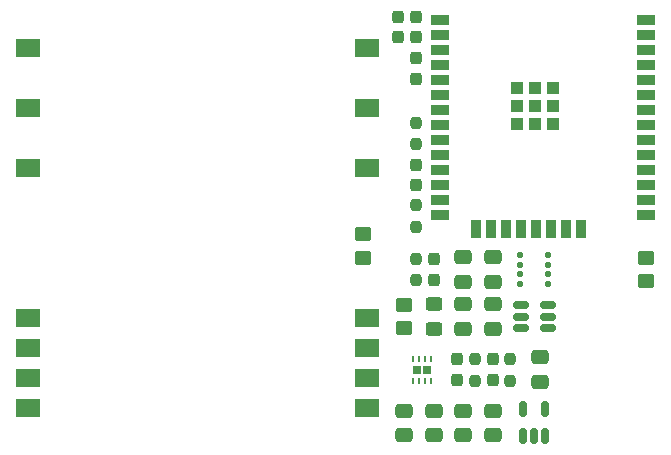
<source format=gbr>
%TF.GenerationSoftware,KiCad,Pcbnew,8.0.6*%
%TF.CreationDate,2025-02-17T14:25:18+01:00*%
%TF.ProjectId,KWLcontrol,4b574c63-6f6e-4747-926f-6c2e6b696361,rev?*%
%TF.SameCoordinates,Original*%
%TF.FileFunction,Paste,Top*%
%TF.FilePolarity,Positive*%
%FSLAX46Y46*%
G04 Gerber Fmt 4.6, Leading zero omitted, Abs format (unit mm)*
G04 Created by KiCad (PCBNEW 8.0.6) date 2025-02-17 14:25:18*
%MOMM*%
%LPD*%
G01*
G04 APERTURE LIST*
G04 Aperture macros list*
%AMRoundRect*
0 Rectangle with rounded corners*
0 $1 Rounding radius*
0 $2 $3 $4 $5 $6 $7 $8 $9 X,Y pos of 4 corners*
0 Add a 4 corners polygon primitive as box body*
4,1,4,$2,$3,$4,$5,$6,$7,$8,$9,$2,$3,0*
0 Add four circle primitives for the rounded corners*
1,1,$1+$1,$2,$3*
1,1,$1+$1,$4,$5*
1,1,$1+$1,$6,$7*
1,1,$1+$1,$8,$9*
0 Add four rect primitives between the rounded corners*
20,1,$1+$1,$2,$3,$4,$5,0*
20,1,$1+$1,$4,$5,$6,$7,0*
20,1,$1+$1,$6,$7,$8,$9,0*
20,1,$1+$1,$8,$9,$2,$3,0*%
G04 Aperture macros list end*
%ADD10RoundRect,0.250000X-0.475000X0.337500X-0.475000X-0.337500X0.475000X-0.337500X0.475000X0.337500X0*%
%ADD11RoundRect,0.250000X0.475000X-0.337500X0.475000X0.337500X-0.475000X0.337500X-0.475000X-0.337500X0*%
%ADD12R,2.030000X1.500000*%
%ADD13RoundRect,0.237500X-0.237500X0.287500X-0.237500X-0.287500X0.237500X-0.287500X0.237500X0.287500X0*%
%ADD14RoundRect,0.237500X-0.237500X0.300000X-0.237500X-0.300000X0.237500X-0.300000X0.237500X0.300000X0*%
%ADD15RoundRect,0.237500X0.237500X-0.287500X0.237500X0.287500X-0.237500X0.287500X-0.237500X-0.287500X0*%
%ADD16RoundRect,0.250000X-0.450000X0.350000X-0.450000X-0.350000X0.450000X-0.350000X0.450000X0.350000X0*%
%ADD17R,0.650000X0.750000*%
%ADD18RoundRect,0.062500X0.062500X-0.187500X0.062500X0.187500X-0.062500X0.187500X-0.062500X-0.187500X0*%
%ADD19RoundRect,0.237500X-0.237500X0.250000X-0.237500X-0.250000X0.237500X-0.250000X0.237500X0.250000X0*%
%ADD20RoundRect,0.237500X0.237500X-0.250000X0.237500X0.250000X-0.237500X0.250000X-0.237500X-0.250000X0*%
%ADD21RoundRect,0.150000X0.150000X-0.512500X0.150000X0.512500X-0.150000X0.512500X-0.150000X-0.512500X0*%
%ADD22RoundRect,0.250000X0.450000X-0.350000X0.450000X0.350000X-0.450000X0.350000X-0.450000X-0.350000X0*%
%ADD23RoundRect,0.250000X0.450000X-0.325000X0.450000X0.325000X-0.450000X0.325000X-0.450000X-0.325000X0*%
%ADD24RoundRect,0.125000X-0.137500X0.125000X-0.137500X-0.125000X0.137500X-0.125000X0.137500X0.125000X0*%
%ADD25RoundRect,0.150000X0.512500X0.150000X-0.512500X0.150000X-0.512500X-0.150000X0.512500X-0.150000X0*%
%ADD26RoundRect,0.237500X0.237500X-0.300000X0.237500X0.300000X-0.237500X0.300000X-0.237500X-0.300000X0*%
%ADD27R,1.500000X0.900000*%
%ADD28R,0.900000X1.500000*%
%ADD29R,1.050000X1.050000*%
G04 APERTURE END LIST*
D10*
%TO.C,C12*%
X153000000Y-133962500D03*
X153000000Y-136037500D03*
%TD*%
D11*
%TO.C,C10*%
X153000000Y-132037500D03*
X153000000Y-129962500D03*
%TD*%
D10*
%TO.C,C6*%
X150500000Y-129962500D03*
X150500000Y-132037500D03*
%TD*%
D12*
%TO.C,PS1*%
X113650000Y-112260000D03*
X113650000Y-117340000D03*
X113650000Y-122420000D03*
X113650000Y-135120000D03*
X113650000Y-137660000D03*
X113650000Y-140200000D03*
X113650000Y-142740000D03*
X142350000Y-142740000D03*
X142350000Y-140200000D03*
X142350000Y-137660000D03*
X142350000Y-135120000D03*
X142350000Y-122420000D03*
X142350000Y-117340000D03*
X142350000Y-112260000D03*
%TD*%
D13*
%TO.C,D4*%
X146500000Y-122125000D03*
X146500000Y-123875000D03*
%TD*%
D10*
%TO.C,C2*%
X150500000Y-133962500D03*
X150500000Y-136037500D03*
%TD*%
D14*
%TO.C,C3*%
X146500000Y-113137500D03*
X146500000Y-114862500D03*
%TD*%
D15*
%TO.C,D1*%
X150000000Y-140375000D03*
X150000000Y-138625000D03*
%TD*%
D16*
%TO.C,R2*%
X145500000Y-134000000D03*
X145500000Y-136000000D03*
%TD*%
D11*
%TO.C,C5*%
X153000000Y-145037500D03*
X153000000Y-142962500D03*
%TD*%
D17*
%TO.C,U2*%
X146600000Y-139500000D03*
X147400000Y-139500000D03*
D18*
X146250000Y-140450000D03*
X146750000Y-140450000D03*
X147250000Y-140450000D03*
X147750000Y-140450000D03*
X147750000Y-138550000D03*
X147250000Y-138550000D03*
X146750000Y-138550000D03*
X146250000Y-138550000D03*
%TD*%
D19*
%TO.C,R6*%
X154500000Y-138587500D03*
X154500000Y-140412500D03*
%TD*%
D20*
%TO.C,R4*%
X146500000Y-120412500D03*
X146500000Y-118587500D03*
%TD*%
D21*
%TO.C,U3*%
X155550000Y-145137500D03*
X156500000Y-145137500D03*
X157450000Y-145137500D03*
X157450000Y-142862500D03*
X155550000Y-142862500D03*
%TD*%
D22*
%TO.C,R9*%
X142000000Y-130000000D03*
X142000000Y-128000000D03*
%TD*%
D23*
%TO.C,L2*%
X148000000Y-136025000D03*
X148000000Y-133975000D03*
%TD*%
D14*
%TO.C,C9*%
X145000000Y-109637500D03*
X145000000Y-111362500D03*
%TD*%
D20*
%TO.C,R5*%
X151500000Y-140412500D03*
X151500000Y-138587500D03*
%TD*%
D24*
%TO.C,U5*%
X157687500Y-129800000D03*
X157687500Y-130600000D03*
X157687500Y-131400000D03*
X157687500Y-132200000D03*
X155312500Y-132200000D03*
X155312500Y-131400000D03*
X155312500Y-130600000D03*
X155312500Y-129800000D03*
%TD*%
D11*
%TO.C,C11*%
X148000000Y-145037500D03*
X148000000Y-142962500D03*
%TD*%
D25*
%TO.C,U4*%
X157637500Y-135950000D03*
X157637500Y-135000000D03*
X157637500Y-134050000D03*
X155362500Y-134050000D03*
X155362500Y-135000000D03*
X155362500Y-135950000D03*
%TD*%
D26*
%TO.C,C4*%
X146500000Y-111362500D03*
X146500000Y-109637500D03*
%TD*%
D20*
%TO.C,R7*%
X146500000Y-131912500D03*
X146500000Y-130087500D03*
%TD*%
D13*
%TO.C,D2*%
X153000000Y-138625000D03*
X153000000Y-140375000D03*
%TD*%
D11*
%TO.C,C7*%
X145500000Y-145037500D03*
X145500000Y-142962500D03*
%TD*%
D20*
%TO.C,R8*%
X146500000Y-127412500D03*
X146500000Y-125587500D03*
%TD*%
D15*
%TO.C,D3*%
X148000000Y-131875000D03*
X148000000Y-130125000D03*
%TD*%
D11*
%TO.C,C1*%
X157000000Y-140537500D03*
X157000000Y-138462500D03*
%TD*%
D16*
%TO.C,R3*%
X166000000Y-130000000D03*
X166000000Y-132000000D03*
%TD*%
D27*
%TO.C,U1*%
X148505000Y-109860000D03*
X148505000Y-111130000D03*
X148505000Y-112400000D03*
X148505000Y-113670000D03*
X148505000Y-114940000D03*
X148505000Y-116210000D03*
X148505000Y-117480000D03*
X148505000Y-118750000D03*
X148505000Y-120020000D03*
X148505000Y-121290000D03*
X148505000Y-122560000D03*
X148505000Y-123830000D03*
X148505000Y-125100000D03*
X148505000Y-126370000D03*
D28*
X151545000Y-127620000D03*
X152815000Y-127620000D03*
X154085000Y-127620000D03*
X155355000Y-127620000D03*
X156625000Y-127620000D03*
X157895000Y-127620000D03*
X159165000Y-127620000D03*
X160435000Y-127620000D03*
D27*
X166005000Y-126370000D03*
X166005000Y-125100000D03*
X166005000Y-123830000D03*
X166005000Y-122560000D03*
X166005000Y-121290000D03*
X166005000Y-120020000D03*
X166005000Y-118750000D03*
X166005000Y-117480000D03*
X166005000Y-116210000D03*
X166005000Y-114940000D03*
X166005000Y-113670000D03*
X166005000Y-112400000D03*
X166005000Y-111130000D03*
X166005000Y-109860000D03*
D29*
X155050000Y-115675000D03*
X155050000Y-117200000D03*
X155050000Y-118725000D03*
X156575000Y-115675000D03*
X156575000Y-117200000D03*
X156575000Y-118725000D03*
X158100000Y-115675000D03*
X158100000Y-117200000D03*
X158100000Y-118725000D03*
%TD*%
D11*
%TO.C,C8*%
X150500000Y-145037500D03*
X150500000Y-142962500D03*
%TD*%
M02*

</source>
